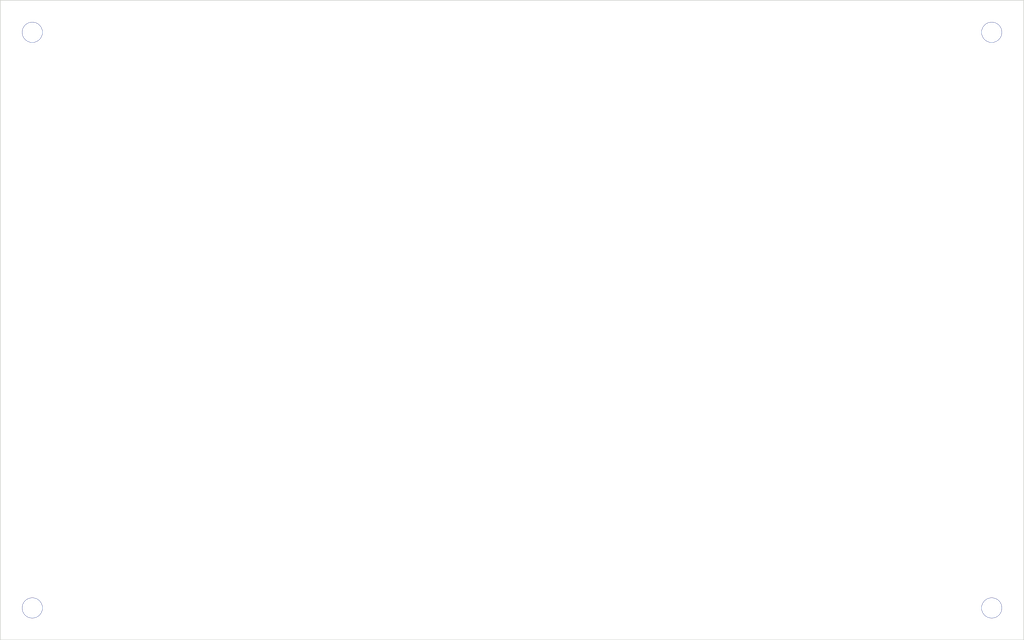
<source format=kicad_pcb>
(kicad_pcb (version 20211014) (generator pcbnew)
  (layers (0 "F.Cu" signal) (31 "B.Cu" signal) (34 "B.Paste" user) (35 "F.Paste" user) (36 "B.SilkS" user "B.Silkscreen") (37 "F.SilkS" user "F.Silkscreen") (38 "B.Mask" user) (39 "F.Mask" user) (44 "Edge.Cuts" user))
  (net 0 "")
  (footprint "MountingHole:MountingHole_3.2mm_M3" (layer "F.Cu") (at 75.37 135.9)
    (fp_text reference "REF**" hide)
    (fp_text value "MountingHole_3.2mm_M3" hide)
    (pad "" np_thru_hole circle locked (at 0 0) (size 3.2 3.2) (drill 3.1) (layers F&B.Cu *.Mask))
  )
  (footprint "MountingHole:MountingHole_3.2mm_M3" (layer "F.Cu") (at 225.37 45.9)
    (fp_text reference "REF**" hide)
    (fp_text value "MountingHole_3.2mm_M3" hide)
    (pad "" np_thru_hole circle locked (at 0 0) (size 3.2 3.2) (drill 3.1) (layers F&B.Cu *.Mask))
  )
  (footprint "MountingHole:MountingHole_3.2mm_M3" (layer "F.Cu") (at 75.37 45.9)
    (fp_text reference "REF**" hide)
    (fp_text value "MountingHole_3.2mm_M3" hide)
    (pad "" np_thru_hole circle locked (at 0 0) (size 3.2 3.2) (drill 3.1) (layers F&B.Cu *.Mask))
  )
  (footprint "MountingHole:MountingHole_3.2mm_M3" (layer "F.Cu") (at 225.37 135.9)
    (fp_text reference "REF**" hide)
    (fp_text value "MountingHole_3.2mm_M3" hide)
    (pad "" np_thru_hole circle locked (at 0 0) (size 3.2 3.2) (drill 3.1) (layers F&B.Cu *.Mask))
  )
  (gr_rect locked (start 70.37 40.9) (end 230.37 140.9) (layer "Edge.Cuts") (width 0.1) (fill none))
)
</source>
